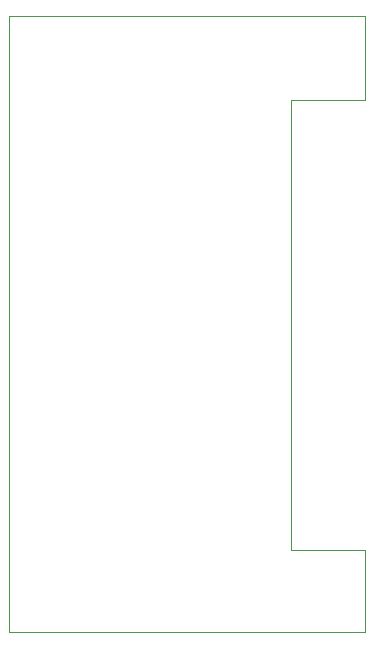
<source format=gm1>
%TF.GenerationSoftware,KiCad,Pcbnew,(5.1.6)-1*%
%TF.CreationDate,2020-06-18T13:16:41+05:30*%
%TF.ProjectId,breadboard powersupply,62726561-6462-46f6-9172-6420706f7765,V1*%
%TF.SameCoordinates,Original*%
%TF.FileFunction,Profile,NP*%
%FSLAX46Y46*%
G04 Gerber Fmt 4.6, Leading zero omitted, Abs format (unit mm)*
G04 Created by KiCad (PCBNEW (5.1.6)-1) date 2020-06-18 13:16:41*
%MOMM*%
%LPD*%
G01*
G04 APERTURE LIST*
%TA.AperFunction,Profile*%
%ADD10C,0.050000*%
%TD*%
G04 APERTURE END LIST*
D10*
X144399000Y-75565000D02*
X114300000Y-75565000D01*
X144399000Y-82677000D02*
X144399000Y-75565000D01*
X138176000Y-82677000D02*
X144399000Y-82677000D01*
X138176000Y-120777000D02*
X138176000Y-82677000D01*
X144399000Y-120777000D02*
X138176000Y-120777000D01*
X144399000Y-127762000D02*
X144399000Y-120777000D01*
X114300000Y-127762000D02*
X144399000Y-127762000D01*
X114300000Y-75565000D02*
X114300000Y-127762000D01*
M02*

</source>
